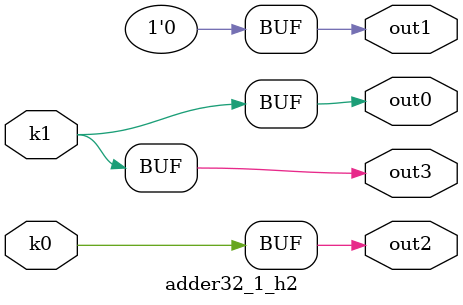
<source format=v>
module adder32_1(pi0, pi1, pi2, pi3, pi4, pi5, pi6, po0, po1, po2, po3);
input pi0, pi1, pi2, pi3, pi4, pi5, pi6;
output po0, po1, po2, po3;
wire k0, k1;
adder32_1_w2 DUT1 (pi0, pi1, pi2, pi3, pi4, pi5, pi6, k0, k1);
adder32_1_h2 DUT2 (k0, k1, po0, po1, po2, po3);
endmodule

module adder32_1_w2(in6, in5, in4, in3, in2, in1, in0, k1, k0);
input in6, in5, in4, in3, in2, in1, in0;
output k1, k0;
assign k0 =   ((in5 ^ in2) & ((in6 & (in3 | ~in0)) | (in3 & ~in0))) | (((~in3 & in0) | (~in6 & (~in3 | in0))) & (~in5 ^ in2));
assign k1 =   in6 ? (in3 ^ in0) : (~in3 ^ in0);
endmodule

module adder32_1_h2(k1, k0, out3, out2, out1, out0);
input k1, k0;
output out3, out2, out1, out0;
assign out0 = k1;
assign out1 = 0;
assign out2 = k0;
assign out3 = k1;
endmodule

</source>
